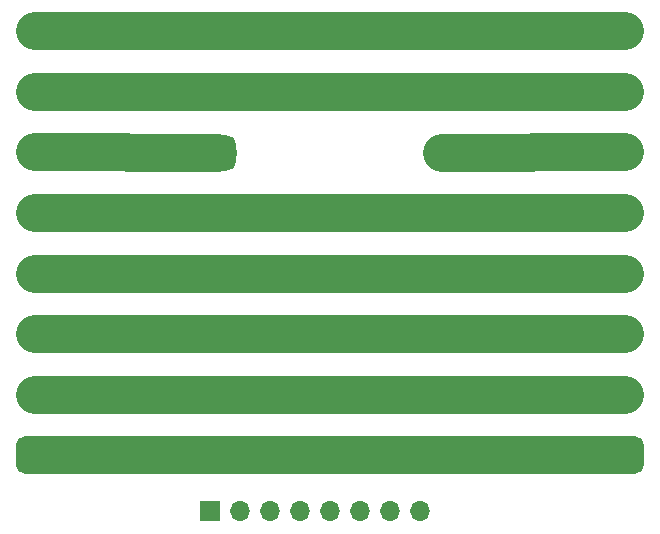
<source format=gbl>
G04 #@! TF.GenerationSoftware,KiCad,Pcbnew,8.0.2*
G04 #@! TF.CreationDate,2024-05-30T20:37:43+12:00*
G04 #@! TF.ProjectId,PDP-FUSE,5044502d-4655-4534-952e-6b696361645f,rev?*
G04 #@! TF.SameCoordinates,Original*
G04 #@! TF.FileFunction,Copper,L2,Bot*
G04 #@! TF.FilePolarity,Positive*
%FSLAX46Y46*%
G04 Gerber Fmt 4.6, Leading zero omitted, Abs format (unit mm)*
G04 Created by KiCad (PCBNEW 8.0.2) date 2024-05-30 20:37:43*
%MOMM*%
%LPD*%
G01*
G04 APERTURE LIST*
G04 Aperture macros list*
%AMRoundRect*
0 Rectangle with rounded corners*
0 $1 Rounding radius*
0 $2 $3 $4 $5 $6 $7 $8 $9 X,Y pos of 4 corners*
0 Add a 4 corners polygon primitive as box body*
4,1,4,$2,$3,$4,$5,$6,$7,$8,$9,$2,$3,0*
0 Add four circle primitives for the rounded corners*
1,1,$1+$1,$2,$3*
1,1,$1+$1,$4,$5*
1,1,$1+$1,$6,$7*
1,1,$1+$1,$8,$9*
0 Add four rect primitives between the rounded corners*
20,1,$1+$1,$2,$3,$4,$5,0*
20,1,$1+$1,$4,$5,$6,$7,0*
20,1,$1+$1,$6,$7,$8,$9,0*
20,1,$1+$1,$8,$9,$2,$3,0*%
G04 Aperture macros list end*
G04 #@! TA.AperFunction,ComponentPad*
%ADD10RoundRect,0.800000X0.800000X-0.800000X0.800000X0.800000X-0.800000X0.800000X-0.800000X-0.800000X0*%
G04 #@! TD*
G04 #@! TA.AperFunction,ComponentPad*
%ADD11C,3.200000*%
G04 #@! TD*
G04 #@! TA.AperFunction,ComponentPad*
%ADD12RoundRect,0.750000X-0.750000X-0.750000X0.750000X-0.750000X0.750000X0.750000X-0.750000X0.750000X0*%
G04 #@! TD*
G04 #@! TA.AperFunction,ComponentPad*
%ADD13C,3.000000*%
G04 #@! TD*
G04 #@! TA.AperFunction,ComponentPad*
%ADD14R,1.700000X1.700000*%
G04 #@! TD*
G04 #@! TA.AperFunction,ComponentPad*
%ADD15O,1.700000X1.700000*%
G04 #@! TD*
G04 #@! TA.AperFunction,Conductor*
%ADD16C,3.200000*%
G04 #@! TD*
G04 APERTURE END LIST*
D10*
X114000000Y-127955000D03*
D11*
X114000000Y-122825000D03*
X114000000Y-117695000D03*
X114000000Y-112565000D03*
X114000000Y-107435000D03*
X114000000Y-102305000D03*
X114000000Y-97175000D03*
X114000000Y-92045000D03*
D12*
X121895000Y-102362000D03*
X129515000Y-102362000D03*
D13*
X148485000Y-102362000D03*
X156105000Y-102362000D03*
D14*
X128840000Y-132690000D03*
D15*
X131380000Y-132690000D03*
X133920000Y-132690000D03*
X136460000Y-132690000D03*
X139000000Y-132690000D03*
X141540000Y-132690000D03*
X144080000Y-132690000D03*
X146620000Y-132690000D03*
D10*
X164000000Y-127955000D03*
D11*
X164000000Y-122825000D03*
X164000000Y-117695000D03*
X164000000Y-112565000D03*
X164000000Y-107435000D03*
X164000000Y-102305000D03*
X164000000Y-97175000D03*
X164000000Y-92045000D03*
D16*
X121895000Y-102362000D02*
X129515000Y-102362000D01*
X114000000Y-102305000D02*
X121838000Y-102305000D01*
X121838000Y-102305000D02*
X121895000Y-102362000D01*
X148485000Y-102362000D02*
X156105000Y-102362000D01*
X156162000Y-102305000D02*
X156105000Y-102362000D01*
X164000000Y-102305000D02*
X156162000Y-102305000D01*
X164000000Y-127955000D02*
X114000000Y-127955000D01*
X114000000Y-122825000D02*
X164000000Y-122825000D01*
X164000000Y-117695000D02*
X114000000Y-117695000D01*
X114000000Y-112565000D02*
X164000000Y-112565000D01*
X164000000Y-107435000D02*
X114000000Y-107435000D01*
X164000000Y-97175000D02*
X114000000Y-97175000D01*
X114000000Y-92045000D02*
X164000000Y-92045000D01*
M02*

</source>
